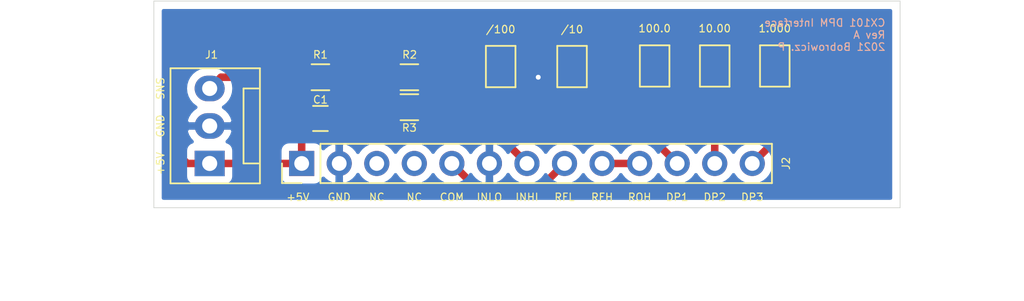
<source format=kicad_pcb>
(kicad_pcb (version 20171130) (host pcbnew "(5.1.0)-1")

  (general
    (thickness 1.6)
    (drawings 25)
    (tracks 45)
    (zones 0)
    (modules 11)
    (nets 12)
  )

  (page A4)
  (layers
    (0 F.Cu signal)
    (31 B.Cu signal)
    (32 B.Adhes user)
    (33 F.Adhes user)
    (34 B.Paste user)
    (35 F.Paste user)
    (36 B.SilkS user)
    (37 F.SilkS user)
    (38 B.Mask user)
    (39 F.Mask user)
    (40 Dwgs.User user)
    (41 Cmts.User user)
    (42 Eco1.User user)
    (43 Eco2.User user)
    (44 Edge.Cuts user)
    (45 Margin user)
    (46 B.CrtYd user)
    (47 F.CrtYd user)
    (48 B.Fab user)
    (49 F.Fab user)
  )

  (setup
    (last_trace_width 0.508)
    (user_trace_width 0.508)
    (trace_clearance 0.1524)
    (zone_clearance 0.508)
    (zone_45_only no)
    (trace_min 0.1524)
    (via_size 0.6858)
    (via_drill 0.3302)
    (via_min_size 0.508)
    (via_min_drill 0.254)
    (uvia_size 0.6858)
    (uvia_drill 0.254)
    (uvias_allowed no)
    (uvia_min_size 0)
    (uvia_min_drill 0)
    (edge_width 0.05)
    (segment_width 0.2)
    (pcb_text_width 0.3)
    (pcb_text_size 1.5 1.5)
    (mod_edge_width 0.12)
    (mod_text_size 0.508 0.508)
    (mod_text_width 0.0762)
    (pad_size 1.524 1.524)
    (pad_drill 0.762)
    (pad_to_mask_clearance 0.0508)
    (solder_mask_min_width 0.1016)
    (aux_axis_origin 0 0)
    (visible_elements FFFFFF7F)
    (pcbplotparams
      (layerselection 0x010fc_ffffffff)
      (usegerberextensions false)
      (usegerberattributes false)
      (usegerberadvancedattributes false)
      (creategerberjobfile false)
      (excludeedgelayer true)
      (linewidth 0.038100)
      (plotframeref false)
      (viasonmask false)
      (mode 1)
      (useauxorigin false)
      (hpglpennumber 1)
      (hpglpenspeed 20)
      (hpglpendiameter 15.000000)
      (psnegative false)
      (psa4output false)
      (plotreference true)
      (plotvalue true)
      (plotinvisibletext false)
      (padsonsilk false)
      (subtractmaskfromsilk false)
      (outputformat 1)
      (mirror false)
      (drillshape 1)
      (scaleselection 1)
      (outputdirectory ""))
  )

  (net 0 "")
  (net 1 +5V)
  (net 2 GND)
  (net 3 "Net-(J1-Pad3)")
  (net 4 "Net-(J2-Pad5)")
  (net 5 "Net-(J2-Pad7)")
  (net 6 "Net-(J2-Pad10)")
  (net 7 "Net-(J2-Pad11)")
  (net 8 "Net-(J2-Pad12)")
  (net 9 "Net-(J2-Pad13)")
  (net 10 "Net-(JP1-Pad1)")
  (net 11 "Net-(JP2-Pad1)")

  (net_class Default "This is the default net class."
    (clearance 0.1524)
    (trace_width 0.1524)
    (via_dia 0.6858)
    (via_drill 0.3302)
    (uvia_dia 0.6858)
    (uvia_drill 0.254)
    (add_net +5V)
    (add_net GND)
    (add_net "Net-(J1-Pad3)")
    (add_net "Net-(J2-Pad10)")
    (add_net "Net-(J2-Pad11)")
    (add_net "Net-(J2-Pad12)")
    (add_net "Net-(J2-Pad13)")
    (add_net "Net-(J2-Pad5)")
    (add_net "Net-(J2-Pad7)")
    (add_net "Net-(JP1-Pad1)")
    (add_net "Net-(JP2-Pad1)")
  )

  (module Capacitors_SMD:C_0805_HandSoldering (layer F.Cu) (tedit 58AA84A8) (tstamp 6041151F)
    (at 52.07 73.152)
    (descr "Capacitor SMD 0805, hand soldering")
    (tags "capacitor 0805")
    (path /6063D9A5)
    (attr smd)
    (fp_text reference C1 (at 0 -1.27 180) (layer F.SilkS)
      (effects (font (size 0.508 0.508) (thickness 0.0762)))
    )
    (fp_text value 1u (at 0 1.75) (layer F.Fab) hide
      (effects (font (size 1 1) (thickness 0.15)))
    )
    (fp_text user %R (at 0 0) (layer F.Fab)
      (effects (font (size 0.508 0.508) (thickness 0.0762)))
    )
    (fp_line (start -1 0.62) (end -1 -0.62) (layer F.Fab) (width 0.1))
    (fp_line (start 1 0.62) (end -1 0.62) (layer F.Fab) (width 0.1))
    (fp_line (start 1 -0.62) (end 1 0.62) (layer F.Fab) (width 0.1))
    (fp_line (start -1 -0.62) (end 1 -0.62) (layer F.Fab) (width 0.1))
    (fp_line (start 0.5 -0.85) (end -0.5 -0.85) (layer F.SilkS) (width 0.12))
    (fp_line (start -0.5 0.85) (end 0.5 0.85) (layer F.SilkS) (width 0.12))
    (fp_line (start -2.25 -0.88) (end 2.25 -0.88) (layer F.CrtYd) (width 0.05))
    (fp_line (start -2.25 -0.88) (end -2.25 0.87) (layer F.CrtYd) (width 0.05))
    (fp_line (start 2.25 0.87) (end 2.25 -0.88) (layer F.CrtYd) (width 0.05))
    (fp_line (start 2.25 0.87) (end -2.25 0.87) (layer F.CrtYd) (width 0.05))
    (pad 1 smd rect (at -1.25 0) (size 1.5 1.25) (layers F.Cu F.Paste F.Mask)
      (net 1 +5V))
    (pad 2 smd rect (at 1.25 0) (size 1.5 1.25) (layers F.Cu F.Paste F.Mask)
      (net 2 GND))
    (model Capacitors_SMD.3dshapes/C_0805.wrl
      (at (xyz 0 0 0))
      (scale (xyz 1 1 1))
      (rotate (xyz 0 0 0))
    )
  )

  (module Resistors_SMD:R_0805_HandSoldering (layer F.Cu) (tedit 58E0A804) (tstamp 60411B8F)
    (at 58.086 72.39 180)
    (descr "Resistor SMD 0805, hand soldering")
    (tags "resistor 0805")
    (path /60604DF3)
    (attr smd)
    (fp_text reference R3 (at 0 -1.397 180) (layer F.SilkS)
      (effects (font (size 0.508 0.508) (thickness 0.0762)))
    )
    (fp_text value 10k (at 0 1.75 180) (layer F.Fab) hide
      (effects (font (size 1 1) (thickness 0.15)))
    )
    (fp_text user %R (at 0 0 180) (layer F.Fab)
      (effects (font (size 0.5 0.5) (thickness 0.075)))
    )
    (fp_line (start -1 0.62) (end -1 -0.62) (layer F.Fab) (width 0.1))
    (fp_line (start 1 0.62) (end -1 0.62) (layer F.Fab) (width 0.1))
    (fp_line (start 1 -0.62) (end 1 0.62) (layer F.Fab) (width 0.1))
    (fp_line (start -1 -0.62) (end 1 -0.62) (layer F.Fab) (width 0.1))
    (fp_line (start 0.6 0.88) (end -0.6 0.88) (layer F.SilkS) (width 0.12))
    (fp_line (start -0.6 -0.88) (end 0.6 -0.88) (layer F.SilkS) (width 0.12))
    (fp_line (start -2.35 -0.9) (end 2.35 -0.9) (layer F.CrtYd) (width 0.05))
    (fp_line (start -2.35 -0.9) (end -2.35 0.9) (layer F.CrtYd) (width 0.05))
    (fp_line (start 2.35 0.9) (end 2.35 -0.9) (layer F.CrtYd) (width 0.05))
    (fp_line (start 2.35 0.9) (end -2.35 0.9) (layer F.CrtYd) (width 0.05))
    (pad 1 smd rect (at -1.35 0 180) (size 1.5 1.3) (layers F.Cu F.Paste F.Mask)
      (net 11 "Net-(JP2-Pad1)"))
    (pad 2 smd rect (at 1.35 0 180) (size 1.5 1.3) (layers F.Cu F.Paste F.Mask)
      (net 5 "Net-(J2-Pad7)"))
    (model ${KISYS3DMOD}/Resistors_SMD.3dshapes/R_0805.wrl
      (at (xyz 0 0 0))
      (scale (xyz 1 1 1))
      (rotate (xyz 0 0 0))
    )
  )

  (module Jumper:SolderJumper-2_P1.3mm_Open_TrianglePad1.0x1.5mm (layer F.Cu) (tedit 5A64794F) (tstamp 604062FF)
    (at 69.088 69.633 270)
    (descr "SMD Solder Jumper, 1x1.5mm Triangular Pads, 0.3mm gap, open")
    (tags "solder jumper open")
    (path /605C2460)
    (attr virtual)
    (fp_text reference /10 (at -2.5135 0) (layer F.SilkS)
      (effects (font (size 0.508 0.508) (thickness 0.0762)))
    )
    (fp_text value SolderJumper_2_Open (at 0 1.9 270) (layer F.Fab) hide
      (effects (font (size 1 1) (thickness 0.15)))
    )
    (fp_line (start 1.65 1.25) (end -1.65 1.25) (layer F.CrtYd) (width 0.05))
    (fp_line (start 1.65 1.25) (end 1.65 -1.25) (layer F.CrtYd) (width 0.05))
    (fp_line (start -1.65 -1.25) (end -1.65 1.25) (layer F.CrtYd) (width 0.05))
    (fp_line (start -1.65 -1.25) (end 1.65 -1.25) (layer F.CrtYd) (width 0.05))
    (fp_line (start -1.4 -1) (end 1.4 -1) (layer F.SilkS) (width 0.12))
    (fp_line (start 1.4 -1) (end 1.4 1) (layer F.SilkS) (width 0.12))
    (fp_line (start 1.4 1) (end -1.4 1) (layer F.SilkS) (width 0.12))
    (fp_line (start -1.4 1) (end -1.4 -1) (layer F.SilkS) (width 0.12))
    (pad 1 smd custom (at -0.725 0 270) (size 0.3 0.3) (layers F.Cu F.Mask)
      (net 10 "Net-(JP1-Pad1)") (zone_connect 2)
      (options (clearance outline) (anchor rect))
      (primitives
        (gr_poly (pts
           (xy -0.5 -0.75) (xy 0.5 -0.75) (xy 1 0) (xy 0.5 0.75) (xy -0.5 0.75)
) (width 0))
      ))
    (pad 2 smd custom (at 0.725 0 270) (size 0.3 0.3) (layers F.Cu F.Mask)
      (net 2 GND) (zone_connect 2)
      (options (clearance outline) (anchor rect))
      (primitives
        (gr_poly (pts
           (xy -0.65 -0.75) (xy 0.5 -0.75) (xy 0.5 0.75) (xy -0.65 0.75) (xy -0.15 0)
) (width 0))
      ))
  )

  (module Jumper:SolderJumper-2_P1.3mm_Open_TrianglePad1.0x1.5mm (layer F.Cu) (tedit 5A64794F) (tstamp 60412108)
    (at 74.676 69.596 270)
    (descr "SMD Solder Jumper, 1x1.5mm Triangular Pads, 0.3mm gap, open")
    (tags "solder jumper open")
    (path /605B5075)
    (attr virtual)
    (fp_text reference 100.0 (at -2.54 0) (layer F.SilkS)
      (effects (font (size 0.508 0.508) (thickness 0.0762)))
    )
    (fp_text value SolderJumper_2_Open (at 0 1.9 270) (layer F.Fab) hide
      (effects (font (size 1 1) (thickness 0.15)))
    )
    (fp_line (start 1.65 1.25) (end -1.65 1.25) (layer F.CrtYd) (width 0.05))
    (fp_line (start 1.65 1.25) (end 1.65 -1.25) (layer F.CrtYd) (width 0.05))
    (fp_line (start -1.65 -1.25) (end -1.65 1.25) (layer F.CrtYd) (width 0.05))
    (fp_line (start -1.65 -1.25) (end 1.65 -1.25) (layer F.CrtYd) (width 0.05))
    (fp_line (start -1.4 -1) (end 1.4 -1) (layer F.SilkS) (width 0.12))
    (fp_line (start 1.4 -1) (end 1.4 1) (layer F.SilkS) (width 0.12))
    (fp_line (start 1.4 1) (end -1.4 1) (layer F.SilkS) (width 0.12))
    (fp_line (start -1.4 1) (end -1.4 -1) (layer F.SilkS) (width 0.12))
    (pad 1 smd custom (at -0.725 0 270) (size 0.3 0.3) (layers F.Cu F.Mask)
      (net 1 +5V) (zone_connect 2)
      (options (clearance outline) (anchor rect))
      (primitives
        (gr_poly (pts
           (xy -0.5 -0.75) (xy 0.5 -0.75) (xy 1 0) (xy 0.5 0.75) (xy -0.5 0.75)
) (width 0))
      ))
    (pad 2 smd custom (at 0.725 0 270) (size 0.3 0.3) (layers F.Cu F.Mask)
      (net 7 "Net-(J2-Pad11)") (zone_connect 2)
      (options (clearance outline) (anchor rect))
      (primitives
        (gr_poly (pts
           (xy -0.65 -0.75) (xy 0.5 -0.75) (xy 0.5 0.75) (xy -0.65 0.75) (xy -0.15 0)
) (width 0))
      ))
  )

  (module Resistors_SMD:R_0805_HandSoldering (layer F.Cu) (tedit 58E0A804) (tstamp 6040633D)
    (at 58.086 70.358 180)
    (descr "Resistor SMD 0805, hand soldering")
    (tags "resistor 0805")
    (path /605BE28A)
    (attr smd)
    (fp_text reference R2 (at -0.0165 1.524 180) (layer F.SilkS)
      (effects (font (size 0.508 0.508) (thickness 0.0762)))
    )
    (fp_text value 110k (at 0 1.75 180) (layer F.Fab) hide
      (effects (font (size 1 1) (thickness 0.15)))
    )
    (fp_text user %R (at 0 0 180) (layer F.Fab)
      (effects (font (size 0.5 0.5) (thickness 0.075)))
    )
    (fp_line (start -1 0.62) (end -1 -0.62) (layer F.Fab) (width 0.1))
    (fp_line (start 1 0.62) (end -1 0.62) (layer F.Fab) (width 0.1))
    (fp_line (start 1 -0.62) (end 1 0.62) (layer F.Fab) (width 0.1))
    (fp_line (start -1 -0.62) (end 1 -0.62) (layer F.Fab) (width 0.1))
    (fp_line (start 0.6 0.88) (end -0.6 0.88) (layer F.SilkS) (width 0.12))
    (fp_line (start -0.6 -0.88) (end 0.6 -0.88) (layer F.SilkS) (width 0.12))
    (fp_line (start -2.35 -0.9) (end 2.35 -0.9) (layer F.CrtYd) (width 0.05))
    (fp_line (start -2.35 -0.9) (end -2.35 0.9) (layer F.CrtYd) (width 0.05))
    (fp_line (start 2.35 0.9) (end 2.35 -0.9) (layer F.CrtYd) (width 0.05))
    (fp_line (start 2.35 0.9) (end -2.35 0.9) (layer F.CrtYd) (width 0.05))
    (pad 1 smd rect (at -1.35 0 180) (size 1.5 1.3) (layers F.Cu F.Paste F.Mask)
      (net 10 "Net-(JP1-Pad1)"))
    (pad 2 smd rect (at 1.35 0 180) (size 1.5 1.3) (layers F.Cu F.Paste F.Mask)
      (net 5 "Net-(J2-Pad7)"))
    (model ${KISYS3DMOD}/Resistors_SMD.3dshapes/R_0805.wrl
      (at (xyz 0 0 0))
      (scale (xyz 1 1 1))
      (rotate (xyz 0 0 0))
    )
  )

  (module Resistors_SMD:R_0805_HandSoldering (layer F.Cu) (tedit 58E0A804) (tstamp 6040633A)
    (at 52.07 70.358 180)
    (descr "Resistor SMD 0805, hand soldering")
    (tags "resistor 0805")
    (path /60570EE2)
    (attr smd)
    (fp_text reference R1 (at 0 1.524 180) (layer F.SilkS)
      (effects (font (size 0.508 0.508) (thickness 0.0762)))
    )
    (fp_text value 1M (at 0 1.75 180) (layer F.Fab) hide
      (effects (font (size 1 1) (thickness 0.15)))
    )
    (fp_text user %R (at 0 0 180) (layer F.Fab)
      (effects (font (size 0.5 0.5) (thickness 0.075)))
    )
    (fp_line (start -1 0.62) (end -1 -0.62) (layer F.Fab) (width 0.1))
    (fp_line (start 1 0.62) (end -1 0.62) (layer F.Fab) (width 0.1))
    (fp_line (start 1 -0.62) (end 1 0.62) (layer F.Fab) (width 0.1))
    (fp_line (start -1 -0.62) (end 1 -0.62) (layer F.Fab) (width 0.1))
    (fp_line (start 0.6 0.88) (end -0.6 0.88) (layer F.SilkS) (width 0.12))
    (fp_line (start -0.6 -0.88) (end 0.6 -0.88) (layer F.SilkS) (width 0.12))
    (fp_line (start -2.35 -0.9) (end 2.35 -0.9) (layer F.CrtYd) (width 0.05))
    (fp_line (start -2.35 -0.9) (end -2.35 0.9) (layer F.CrtYd) (width 0.05))
    (fp_line (start 2.35 0.9) (end 2.35 -0.9) (layer F.CrtYd) (width 0.05))
    (fp_line (start 2.35 0.9) (end -2.35 0.9) (layer F.CrtYd) (width 0.05))
    (pad 1 smd rect (at -1.35 0 180) (size 1.5 1.3) (layers F.Cu F.Paste F.Mask)
      (net 5 "Net-(J2-Pad7)"))
    (pad 2 smd rect (at 1.35 0 180) (size 1.5 1.3) (layers F.Cu F.Paste F.Mask)
      (net 3 "Net-(J1-Pad3)"))
    (model ${KISYS3DMOD}/Resistors_SMD.3dshapes/R_0805.wrl
      (at (xyz 0 0 0))
      (scale (xyz 1 1 1))
      (rotate (xyz 0 0 0))
    )
  )

  (module Jumper:SolderJumper-2_P1.3mm_Open_TrianglePad1.0x1.5mm (layer F.Cu) (tedit 5A64794F) (tstamp 604119A3)
    (at 82.804 69.596 270)
    (descr "SMD Solder Jumper, 1x1.5mm Triangular Pads, 0.3mm gap, open")
    (tags "solder jumper open")
    (path /605B862B)
    (attr virtual)
    (fp_text reference 1.000 (at -2.54 0) (layer F.SilkS)
      (effects (font (size 0.508 0.508) (thickness 0.0762)))
    )
    (fp_text value SolderJumper_2_Open (at 0 1.9 270) (layer F.Fab) hide
      (effects (font (size 1 1) (thickness 0.15)))
    )
    (fp_line (start 1.65 1.25) (end -1.65 1.25) (layer F.CrtYd) (width 0.05))
    (fp_line (start 1.65 1.25) (end 1.65 -1.25) (layer F.CrtYd) (width 0.05))
    (fp_line (start -1.65 -1.25) (end -1.65 1.25) (layer F.CrtYd) (width 0.05))
    (fp_line (start -1.65 -1.25) (end 1.65 -1.25) (layer F.CrtYd) (width 0.05))
    (fp_line (start -1.4 -1) (end 1.4 -1) (layer F.SilkS) (width 0.12))
    (fp_line (start 1.4 -1) (end 1.4 1) (layer F.SilkS) (width 0.12))
    (fp_line (start 1.4 1) (end -1.4 1) (layer F.SilkS) (width 0.12))
    (fp_line (start -1.4 1) (end -1.4 -1) (layer F.SilkS) (width 0.12))
    (pad 1 smd custom (at -0.725 0 270) (size 0.3 0.3) (layers F.Cu F.Mask)
      (net 1 +5V) (zone_connect 2)
      (options (clearance outline) (anchor rect))
      (primitives
        (gr_poly (pts
           (xy -0.5 -0.75) (xy 0.5 -0.75) (xy 1 0) (xy 0.5 0.75) (xy -0.5 0.75)
) (width 0))
      ))
    (pad 2 smd custom (at 0.725 0 270) (size 0.3 0.3) (layers F.Cu F.Mask)
      (net 9 "Net-(J2-Pad13)") (zone_connect 2)
      (options (clearance outline) (anchor rect))
      (primitives
        (gr_poly (pts
           (xy -0.65 -0.75) (xy 0.5 -0.75) (xy 0.5 0.75) (xy -0.65 0.75) (xy -0.15 0)
) (width 0))
      ))
  )

  (module Jumper:SolderJumper-2_P1.3mm_Open_TrianglePad1.0x1.5mm (layer F.Cu) (tedit 5A64794F) (tstamp 60410840)
    (at 78.74 69.596 270)
    (descr "SMD Solder Jumper, 1x1.5mm Triangular Pads, 0.3mm gap, open")
    (tags "solder jumper open")
    (path /605B7C6E)
    (attr virtual)
    (fp_text reference 10.00 (at -2.54 0) (layer F.SilkS)
      (effects (font (size 0.508 0.508) (thickness 0.0762)))
    )
    (fp_text value SolderJumper_2_Open (at 0 1.9 270) (layer F.Fab) hide
      (effects (font (size 1 1) (thickness 0.15)))
    )
    (fp_line (start 1.65 1.25) (end -1.65 1.25) (layer F.CrtYd) (width 0.05))
    (fp_line (start 1.65 1.25) (end 1.65 -1.25) (layer F.CrtYd) (width 0.05))
    (fp_line (start -1.65 -1.25) (end -1.65 1.25) (layer F.CrtYd) (width 0.05))
    (fp_line (start -1.65 -1.25) (end 1.65 -1.25) (layer F.CrtYd) (width 0.05))
    (fp_line (start -1.4 -1) (end 1.4 -1) (layer F.SilkS) (width 0.12))
    (fp_line (start 1.4 -1) (end 1.4 1) (layer F.SilkS) (width 0.12))
    (fp_line (start 1.4 1) (end -1.4 1) (layer F.SilkS) (width 0.12))
    (fp_line (start -1.4 1) (end -1.4 -1) (layer F.SilkS) (width 0.12))
    (pad 1 smd custom (at -0.725 0 270) (size 0.3 0.3) (layers F.Cu F.Mask)
      (net 1 +5V) (zone_connect 2)
      (options (clearance outline) (anchor rect))
      (primitives
        (gr_poly (pts
           (xy -0.5 -0.75) (xy 0.5 -0.75) (xy 1 0) (xy 0.5 0.75) (xy -0.5 0.75)
) (width 0))
      ))
    (pad 2 smd custom (at 0.725 0 270) (size 0.3 0.3) (layers F.Cu F.Mask)
      (net 8 "Net-(J2-Pad12)") (zone_connect 2)
      (options (clearance outline) (anchor rect))
      (primitives
        (gr_poly (pts
           (xy -0.65 -0.75) (xy 0.5 -0.75) (xy 0.5 0.75) (xy -0.65 0.75) (xy -0.15 0)
) (width 0))
      ))
  )

  (module Jumper:SolderJumper-2_P1.3mm_Open_TrianglePad1.0x1.5mm (layer F.Cu) (tedit 5A64794F) (tstamp 6040630D)
    (at 64.262 69.633 270)
    (descr "SMD Solder Jumper, 1x1.5mm Triangular Pads, 0.3mm gap, open")
    (tags "solder jumper open")
    (path /605C349C)
    (attr virtual)
    (fp_text reference /100 (at -2.5135 0) (layer F.SilkS)
      (effects (font (size 0.508 0.508) (thickness 0.0762)))
    )
    (fp_text value SolderJumper_2_Open (at 0 1.9 270) (layer F.Fab) hide
      (effects (font (size 1 1) (thickness 0.15)))
    )
    (fp_line (start 1.65 1.25) (end -1.65 1.25) (layer F.CrtYd) (width 0.05))
    (fp_line (start 1.65 1.25) (end 1.65 -1.25) (layer F.CrtYd) (width 0.05))
    (fp_line (start -1.65 -1.25) (end -1.65 1.25) (layer F.CrtYd) (width 0.05))
    (fp_line (start -1.65 -1.25) (end 1.65 -1.25) (layer F.CrtYd) (width 0.05))
    (fp_line (start -1.4 -1) (end 1.4 -1) (layer F.SilkS) (width 0.12))
    (fp_line (start 1.4 -1) (end 1.4 1) (layer F.SilkS) (width 0.12))
    (fp_line (start 1.4 1) (end -1.4 1) (layer F.SilkS) (width 0.12))
    (fp_line (start -1.4 1) (end -1.4 -1) (layer F.SilkS) (width 0.12))
    (pad 1 smd custom (at -0.725 0 270) (size 0.3 0.3) (layers F.Cu F.Mask)
      (net 11 "Net-(JP2-Pad1)") (zone_connect 2)
      (options (clearance outline) (anchor rect))
      (primitives
        (gr_poly (pts
           (xy -0.5 -0.75) (xy 0.5 -0.75) (xy 1 0) (xy 0.5 0.75) (xy -0.5 0.75)
) (width 0))
      ))
    (pad 2 smd custom (at 0.725 0 270) (size 0.3 0.3) (layers F.Cu F.Mask)
      (net 2 GND) (zone_connect 2)
      (options (clearance outline) (anchor rect))
      (primitives
        (gr_poly (pts
           (xy -0.65 -0.75) (xy 0.5 -0.75) (xy 0.5 0.75) (xy -0.65 0.75) (xy -0.15 0)
) (width 0))
      ))
  )

  (module Pin_Headers:Pin_Header_Straight_1x13_Pitch2.54mm (layer F.Cu) (tedit 59650532) (tstamp 60410EB9)
    (at 50.8 76.2 90)
    (descr "Through hole straight pin header, 1x13, 2.54mm pitch, single row")
    (tags "Through hole pin header THT 1x13 2.54mm single row")
    (path /604B0868)
    (fp_text reference J2 (at 0 32.766 270) (layer F.SilkS)
      (effects (font (size 0.508 0.508) (thickness 0.0762)))
    )
    (fp_text value Conn_01x13_Female (at 0 32.81 90) (layer F.Fab) hide
      (effects (font (size 1 1) (thickness 0.15)))
    )
    (fp_line (start -0.635 -1.27) (end 1.27 -1.27) (layer F.Fab) (width 0.1))
    (fp_line (start 1.27 -1.27) (end 1.27 31.75) (layer F.Fab) (width 0.1))
    (fp_line (start 1.27 31.75) (end -1.27 31.75) (layer F.Fab) (width 0.1))
    (fp_line (start -1.27 31.75) (end -1.27 -0.635) (layer F.Fab) (width 0.1))
    (fp_line (start -1.27 -0.635) (end -0.635 -1.27) (layer F.Fab) (width 0.1))
    (fp_line (start -1.33 31.81) (end 1.33 31.81) (layer F.SilkS) (width 0.12))
    (fp_line (start -1.33 1.27) (end -1.33 31.81) (layer F.SilkS) (width 0.12))
    (fp_line (start 1.33 1.27) (end 1.33 31.81) (layer F.SilkS) (width 0.12))
    (fp_line (start -1.33 1.27) (end 1.33 1.27) (layer F.SilkS) (width 0.12))
    (fp_line (start -1.33 0) (end -1.33 -1.33) (layer F.SilkS) (width 0.12))
    (fp_line (start -1.33 -1.33) (end 0 -1.33) (layer F.SilkS) (width 0.12))
    (fp_line (start -1.8 -1.8) (end -1.8 32.25) (layer F.CrtYd) (width 0.05))
    (fp_line (start -1.8 32.25) (end 1.8 32.25) (layer F.CrtYd) (width 0.05))
    (fp_line (start 1.8 32.25) (end 1.8 -1.8) (layer F.CrtYd) (width 0.05))
    (fp_line (start 1.8 -1.8) (end -1.8 -1.8) (layer F.CrtYd) (width 0.05))
    (fp_text user %R (at 0 15.24 180) (layer F.Fab)
      (effects (font (size 1 1) (thickness 0.15)))
    )
    (pad 1 thru_hole rect (at 0 0 90) (size 1.7 1.7) (drill 1) (layers *.Cu *.Mask)
      (net 1 +5V))
    (pad 2 thru_hole oval (at 0 2.54 90) (size 1.7 1.7) (drill 1) (layers *.Cu *.Mask)
      (net 2 GND))
    (pad 3 thru_hole oval (at 0 5.08 90) (size 1.7 1.7) (drill 1) (layers *.Cu *.Mask))
    (pad 4 thru_hole oval (at 0 7.62 90) (size 1.7 1.7) (drill 1) (layers *.Cu *.Mask))
    (pad 5 thru_hole oval (at 0 10.16 90) (size 1.7 1.7) (drill 1) (layers *.Cu *.Mask)
      (net 4 "Net-(J2-Pad5)"))
    (pad 6 thru_hole oval (at 0 12.7 90) (size 1.7 1.7) (drill 1) (layers *.Cu *.Mask)
      (net 2 GND))
    (pad 7 thru_hole oval (at 0 15.24 90) (size 1.7 1.7) (drill 1) (layers *.Cu *.Mask)
      (net 5 "Net-(J2-Pad7)"))
    (pad 8 thru_hole oval (at 0 17.78 90) (size 1.7 1.7) (drill 1) (layers *.Cu *.Mask)
      (net 4 "Net-(J2-Pad5)"))
    (pad 9 thru_hole oval (at 0 20.32 90) (size 1.7 1.7) (drill 1) (layers *.Cu *.Mask)
      (net 6 "Net-(J2-Pad10)"))
    (pad 10 thru_hole oval (at 0 22.86 90) (size 1.7 1.7) (drill 1) (layers *.Cu *.Mask)
      (net 6 "Net-(J2-Pad10)"))
    (pad 11 thru_hole oval (at 0 25.4 90) (size 1.7 1.7) (drill 1) (layers *.Cu *.Mask)
      (net 7 "Net-(J2-Pad11)"))
    (pad 12 thru_hole oval (at 0 27.94 90) (size 1.7 1.7) (drill 1) (layers *.Cu *.Mask)
      (net 8 "Net-(J2-Pad12)"))
    (pad 13 thru_hole oval (at 0 30.48 90) (size 1.7 1.7) (drill 1) (layers *.Cu *.Mask)
      (net 9 "Net-(J2-Pad13)"))
    (model ${KISYS3DMOD}/Pin_Headers.3dshapes/Pin_Header_Straight_1x13_Pitch2.54mm.wrl
      (at (xyz 0 0 0))
      (scale (xyz 1 1 1))
      (rotate (xyz 0 0 0))
    )
  )

  (module Connect:Fan_Pin_Header_Straight_1x03 (layer F.Cu) (tedit 58130A41) (tstamp 604062EE)
    (at 44.577 76.2 180)
    (descr "3-pin CPU fan Through hole pin header")
    (tags "pin header 3-pin CPU fan")
    (path /605022F5)
    (fp_text reference J1 (at -0.127 7.366 180) (layer F.SilkS)
      (effects (font (size 0.508 0.508) (thickness 0.0762)))
    )
    (fp_text value Conn_01x03_Male (at 0 7.25 180) (layer F.Fab) hide
      (effects (font (size 1 1) (thickness 0.15)))
    )
    (fp_text user %R (at 0 -2.1 180) (layer F.Fab) hide
      (effects (font (size 1 1) (thickness 0.15)))
    )
    (fp_line (start -3.4 -1.35) (end 2.65 -1.35) (layer F.SilkS) (width 0.12))
    (fp_line (start 2.65 -1.35) (end 2.65 6.45) (layer F.SilkS) (width 0.12))
    (fp_line (start 2.65 6.45) (end -3.4 6.45) (layer F.SilkS) (width 0.12))
    (fp_line (start -3.4 6.45) (end -3.4 -1.35) (layer F.SilkS) (width 0.12))
    (fp_line (start -3.3 5.05) (end -2.3 5.05) (layer F.Fab) (width 0.1))
    (fp_line (start -2.3 5.05) (end -2.3 0) (layer F.Fab) (width 0.1))
    (fp_line (start -2.3 0) (end -3.3 0) (layer F.Fab) (width 0.1))
    (fp_line (start -3.3 -1.25) (end 2.55 -1.25) (layer F.Fab) (width 0.1))
    (fp_line (start 2.55 -1.25) (end 2.55 6.35) (layer F.Fab) (width 0.1))
    (fp_line (start 2.55 6.35) (end -3.3 6.35) (layer F.Fab) (width 0.1))
    (fp_line (start -3.3 6.35) (end -3.3 -1.25) (layer F.Fab) (width 0.1))
    (fp_line (start -3.3 0) (end -2.29 0) (layer F.SilkS) (width 0.12))
    (fp_line (start -2.29 0) (end -2.29 5.08) (layer F.SilkS) (width 0.12))
    (fp_line (start -2.29 5.08) (end -3.3 5.08) (layer F.SilkS) (width 0.12))
    (fp_line (start -3.8 -1.75) (end 3.05 -1.75) (layer F.CrtYd) (width 0.05))
    (fp_line (start -3.8 -1.75) (end -3.8 6.85) (layer F.CrtYd) (width 0.05))
    (fp_line (start 3.05 6.85) (end 3.05 -1.75) (layer F.CrtYd) (width 0.05))
    (fp_line (start 3.05 6.85) (end -3.8 6.85) (layer F.CrtYd) (width 0.05))
    (pad 1 thru_hole rect (at 0 0 180) (size 2.03 1.73) (drill 1.02) (layers *.Cu *.Mask)
      (net 1 +5V))
    (pad 2 thru_hole oval (at 0 2.54 180) (size 2.03 1.73) (drill 1.02) (layers *.Cu *.Mask)
      (net 2 GND))
    (pad 3 thru_hole oval (at 0 5.08 180) (size 2.03 1.73) (drill 1.02) (layers *.Cu *.Mask)
      (net 3 "Net-(J1-Pad3)"))
    (model Connectors.3dshapes\Fan_Pin_Header_Straight_1x03.wrl
      (at (xyz 0 0 0))
      (scale (xyz 0.39 0.39 0.39))
      (rotate (xyz 0 0 -90))
    )
  )

  (gr_text "CX101 DPM Interface\nRev A\n2021 Bobrowicz. P" (at 90.3224 67.4878) (layer B.SilkS)
    (effects (font (size 0.508 0.508) (thickness 0.0762)) (justify left mirror))
  )
  (gr_text ROH (at 73.66 78.486) (layer F.SilkS)
    (effects (font (size 0.508 0.508) (thickness 0.0762)))
  )
  (gr_text RFH (at 71.12 78.486) (layer F.SilkS)
    (effects (font (size 0.508 0.508) (thickness 0.0762)))
  )
  (gr_text RFL (at 68.58 78.486) (layer F.SilkS)
    (effects (font (size 0.508 0.508) (thickness 0.0762)))
  )
  (gr_text INHI (at 66.04 78.486) (layer F.SilkS)
    (effects (font (size 0.508 0.508) (thickness 0.0762)))
  )
  (gr_text INLO (at 63.5 78.486) (layer F.SilkS)
    (effects (font (size 0.508 0.508) (thickness 0.0762)))
  )
  (gr_text COM (at 60.96 78.486) (layer F.SilkS)
    (effects (font (size 0.508 0.508) (thickness 0.0762)))
  )
  (gr_text DP3 (at 81.28 78.486) (layer F.SilkS)
    (effects (font (size 0.508 0.508) (thickness 0.0762)))
  )
  (gr_text DP2 (at 78.74 78.486) (layer F.SilkS)
    (effects (font (size 0.508 0.508) (thickness 0.0762)))
  )
  (gr_text DP1 (at 76.2 78.486) (layer F.SilkS)
    (effects (font (size 0.508 0.508) (thickness 0.0762)))
  )
  (gr_text NC (at 58.42 78.486) (layer F.SilkS)
    (effects (font (size 0.508 0.508) (thickness 0.0762)))
  )
  (gr_text NC (at 55.88 78.486) (layer F.SilkS)
    (effects (font (size 0.508 0.508) (thickness 0.0762)))
  )
  (gr_text GND (at 53.34 78.486) (layer F.SilkS)
    (effects (font (size 0.508 0.508) (thickness 0.0762)))
  )
  (gr_text +5V (at 50.546 78.486) (layer F.SilkS)
    (effects (font (size 0.508 0.508) (thickness 0.0762)))
  )
  (gr_text SNS (at 41.2496 71.12 90) (layer F.SilkS)
    (effects (font (size 0.508 0.508) (thickness 0.0762)))
  )
  (gr_text GND (at 41.2496 73.66 90) (layer F.SilkS)
    (effects (font (size 0.508 0.508) (thickness 0.0762)))
  )
  (gr_text +5V (at 41.2496 76.2 90) (layer F.SilkS)
    (effects (font (size 0.508 0.508) (thickness 0.0762)))
  )
  (dimension 14 (width 0.15) (layer Dwgs.User)
    (gr_text "14.000 mm" (at 98.32 72.2 90) (layer Dwgs.User)
      (effects (font (size 1 1) (thickness 0.15)))
    )
    (feature1 (pts (xy 91.28 65.2) (xy 97.606421 65.2)))
    (feature2 (pts (xy 91.28 79.2) (xy 97.606421 79.2)))
    (crossbar (pts (xy 97.02 79.2) (xy 97.02 65.2)))
    (arrow1a (pts (xy 97.02 65.2) (xy 97.606421 66.326504)))
    (arrow1b (pts (xy 97.02 65.2) (xy 96.433579 66.326504)))
    (arrow2a (pts (xy 97.02 79.2) (xy 97.606421 78.073496)))
    (arrow2b (pts (xy 97.02 79.2) (xy 96.433579 78.073496)))
  )
  (dimension 3 (width 0.15) (layer Dwgs.User)
    (gr_text "3.000 mm" (at 34.06 77.7 270) (layer Dwgs.User)
      (effects (font (size 1 1) (thickness 0.15)))
    )
    (feature1 (pts (xy 50.8 79.2) (xy 34.773579 79.2)))
    (feature2 (pts (xy 50.8 76.2) (xy 34.773579 76.2)))
    (crossbar (pts (xy 35.36 76.2) (xy 35.36 79.2)))
    (arrow1a (pts (xy 35.36 79.2) (xy 34.773579 78.073496)))
    (arrow1b (pts (xy 35.36 79.2) (xy 35.946421 78.073496)))
    (arrow2a (pts (xy 35.36 76.2) (xy 34.773579 77.326504)))
    (arrow2b (pts (xy 35.36 76.2) (xy 35.946421 77.326504)))
  )
  (dimension 10 (width 0.15) (layer Dwgs.User)
    (gr_text "10.000 mm" (at 45.8 86.16) (layer Dwgs.User)
      (effects (font (size 1 1) (thickness 0.15)))
    )
    (feature1 (pts (xy 40.8 76.2) (xy 40.8 85.446421)))
    (feature2 (pts (xy 50.8 76.2) (xy 50.8 85.446421)))
    (crossbar (pts (xy 50.8 84.86) (xy 40.8 84.86)))
    (arrow1a (pts (xy 40.8 84.86) (xy 41.926504 84.273579)))
    (arrow1b (pts (xy 40.8 84.86) (xy 41.926504 85.446421)))
    (arrow2a (pts (xy 50.8 84.86) (xy 49.673496 84.273579)))
    (arrow2b (pts (xy 50.8 84.86) (xy 49.673496 85.446421)))
  )
  (dimension 10 (width 0.15) (layer Dwgs.User)
    (gr_text "10.000 mm" (at 86.28 85.75) (layer Dwgs.User)
      (effects (font (size 1 1) (thickness 0.15)))
    )
    (feature1 (pts (xy 91.28 76.2) (xy 91.28 85.036421)))
    (feature2 (pts (xy 81.28 76.2) (xy 81.28 85.036421)))
    (crossbar (pts (xy 81.28 84.45) (xy 91.28 84.45)))
    (arrow1a (pts (xy 91.28 84.45) (xy 90.153496 85.036421)))
    (arrow1b (pts (xy 91.28 84.45) (xy 90.153496 83.863579)))
    (arrow2a (pts (xy 81.28 84.45) (xy 82.406504 85.036421)))
    (arrow2b (pts (xy 81.28 84.45) (xy 82.406504 83.863579)))
  )
  (gr_line (start 40.8 65.2) (end 40.8 79.2) (layer Edge.Cuts) (width 0.05) (tstamp 6040695A))
  (gr_line (start 91.28 65.2) (end 40.8 65.2) (layer Edge.Cuts) (width 0.05))
  (gr_line (start 91.28 79.2) (end 91.28 65.2) (layer Edge.Cuts) (width 0.05))
  (gr_line (start 40.8 79.2) (end 91.28 79.2) (layer Edge.Cuts) (width 0.05))

  (segment (start 50.8 73.172) (end 50.82 73.152) (width 0.508) (layer F.Cu) (net 1))
  (segment (start 50.8 76.2) (end 50.8 73.172) (width 0.508) (layer F.Cu) (net 1))
  (segment (start 44.577 76.2) (end 50.8 76.2) (width 0.508) (layer F.Cu) (net 1))
  (segment (start 82.804 68.871) (end 78.74 68.871) (width 0.508) (layer F.Cu) (net 1))
  (segment (start 78.74 68.871) (end 74.676 68.871) (width 0.508) (layer F.Cu) (net 1))
  (segment (start 73.189 68.871) (end 74.676 68.871) (width 0.508) (layer F.Cu) (net 1))
  (segment (start 43.054 76.2) (end 42.164 75.31) (width 0.508) (layer F.Cu) (net 1))
  (segment (start 44.577 76.2) (end 43.054 76.2) (width 0.508) (layer F.Cu) (net 1))
  (segment (start 42.164 75.31) (end 42.164 68.961) (width 0.508) (layer F.Cu) (net 1))
  (segment (start 42.164 68.961) (end 45.085 66.04) (width 0.508) (layer F.Cu) (net 1))
  (segment (start 45.085 66.04) (end 70.358 66.04) (width 0.508) (layer F.Cu) (net 1))
  (segment (start 70.358 66.04) (end 73.189 68.871) (width 0.508) (layer F.Cu) (net 1))
  (segment (start 53.34 73.172) (end 53.32 73.152) (width 0.508) (layer F.Cu) (net 2))
  (segment (start 53.34 76.2) (end 53.34 73.172) (width 0.508) (layer F.Cu) (net 2))
  (via (at 66.802 70.358) (size 0.6858) (drill 0.3302) (layers F.Cu B.Cu) (net 2))
  (segment (start 64.262 70.358) (end 66.802 70.358) (width 0.508) (layer F.Cu) (net 2))
  (segment (start 66.802 70.358) (end 69.088 70.358) (width 0.508) (layer F.Cu) (net 2))
  (segment (start 45.339 70.358) (end 44.577 71.12) (width 0.508) (layer F.Cu) (net 3))
  (segment (start 50.72 70.358) (end 45.339 70.358) (width 0.508) (layer F.Cu) (net 3))
  (segment (start 62.738 77.978) (end 60.96 76.2) (width 0.508) (layer F.Cu) (net 4))
  (segment (start 68.58 76.2) (end 66.802 77.978) (width 0.508) (layer F.Cu) (net 4))
  (segment (start 66.802 77.978) (end 62.738 77.978) (width 0.508) (layer F.Cu) (net 4))
  (segment (start 56.736 73.548) (end 57.102 73.914) (width 0.508) (layer F.Cu) (net 5))
  (segment (start 56.736 72.39) (end 56.736 73.548) (width 0.508) (layer F.Cu) (net 5))
  (segment (start 63.754 73.914) (end 66.04 76.2) (width 0.508) (layer F.Cu) (net 5))
  (segment (start 57.102 73.914) (end 63.754 73.914) (width 0.508) (layer F.Cu) (net 5))
  (segment (start 56.736 72.39) (end 56.736 70.358) (width 0.508) (layer F.Cu) (net 5))
  (segment (start 56.736 70.358) (end 53.42 70.358) (width 0.508) (layer F.Cu) (net 5))
  (segment (start 73.66 76.2) (end 71.12 76.2) (width 0.508) (layer F.Cu) (net 6))
  (segment (start 74.676 74.676) (end 76.2 76.2) (width 0.508) (layer F.Cu) (net 7))
  (segment (start 74.676 74.676) (end 74.676 70.321) (width 0.508) (layer F.Cu) (net 7))
  (segment (start 78.74 70.921) (end 78.74 76.2) (width 0.508) (layer F.Cu) (net 8))
  (segment (start 78.74 70.321) (end 78.74 70.921) (width 0.508) (layer F.Cu) (net 8))
  (segment (start 82.804 74.676) (end 81.28 76.2) (width 0.508) (layer F.Cu) (net 9))
  (segment (start 82.804 74.676) (end 82.804 70.321) (width 0.508) (layer F.Cu) (net 9))
  (segment (start 59.436 68.834) (end 59.436 70.358) (width 0.508) (layer F.Cu) (net 10))
  (segment (start 61.468 66.802) (end 59.436 68.834) (width 0.508) (layer F.Cu) (net 10))
  (segment (start 68.58 66.802) (end 61.468 66.802) (width 0.508) (layer F.Cu) (net 10))
  (segment (start 69.088 68.908) (end 69.088 67.31) (width 0.508) (layer F.Cu) (net 10))
  (segment (start 69.088 67.31) (end 68.58 66.802) (width 0.508) (layer F.Cu) (net 10))
  (segment (start 63.412 68.908) (end 61.976 70.344) (width 0.508) (layer F.Cu) (net 11))
  (segment (start 64.262 68.908) (end 63.412 68.908) (width 0.508) (layer F.Cu) (net 11))
  (segment (start 61.976 70.344) (end 61.976 71.882) (width 0.508) (layer F.Cu) (net 11))
  (segment (start 61.468 72.39) (end 59.436 72.39) (width 0.508) (layer F.Cu) (net 11))
  (segment (start 61.976 71.882) (end 61.468 72.39) (width 0.508) (layer F.Cu) (net 11))

  (zone (net 2) (net_name GND) (layer B.Cu) (tstamp 6041C2A0) (hatch edge 0.508)
    (connect_pads (clearance 0.508))
    (min_thickness 0.254)
    (fill yes (arc_segments 32) (thermal_gap 0.508) (thermal_bridge_width 0.508))
    (polygon
      (pts
        (xy 40.8 65.21) (xy 40.81 79.2) (xy 91.29 79.19) (xy 91.28 65.2)
      )
    )
    (filled_polygon
      (pts
        (xy 90.62 78.54) (xy 41.46 78.54) (xy 41.46 75.335) (xy 42.923928 75.335) (xy 42.923928 77.065)
        (xy 42.936188 77.189482) (xy 42.972498 77.30918) (xy 43.031463 77.419494) (xy 43.110815 77.516185) (xy 43.207506 77.595537)
        (xy 43.31782 77.654502) (xy 43.437518 77.690812) (xy 43.562 77.703072) (xy 45.592 77.703072) (xy 45.716482 77.690812)
        (xy 45.83618 77.654502) (xy 45.946494 77.595537) (xy 46.043185 77.516185) (xy 46.122537 77.419494) (xy 46.181502 77.30918)
        (xy 46.217812 77.189482) (xy 46.230072 77.065) (xy 46.230072 75.35) (xy 49.311928 75.35) (xy 49.311928 77.05)
        (xy 49.324188 77.174482) (xy 49.360498 77.29418) (xy 49.419463 77.404494) (xy 49.498815 77.501185) (xy 49.595506 77.580537)
        (xy 49.70582 77.639502) (xy 49.825518 77.675812) (xy 49.95 77.688072) (xy 51.65 77.688072) (xy 51.774482 77.675812)
        (xy 51.89418 77.639502) (xy 52.004494 77.580537) (xy 52.101185 77.501185) (xy 52.180537 77.404494) (xy 52.239502 77.29418)
        (xy 52.263966 77.213534) (xy 52.339731 77.297588) (xy 52.57308 77.471641) (xy 52.835901 77.596825) (xy 52.98311 77.641476)
        (xy 53.213 77.520155) (xy 53.213 76.327) (xy 53.193 76.327) (xy 53.193 76.073) (xy 53.213 76.073)
        (xy 53.213 74.879845) (xy 53.467 74.879845) (xy 53.467 76.073) (xy 53.487 76.073) (xy 53.487 76.327)
        (xy 53.467 76.327) (xy 53.467 77.520155) (xy 53.69689 77.641476) (xy 53.844099 77.596825) (xy 54.10692 77.471641)
        (xy 54.340269 77.297588) (xy 54.535178 77.081355) (xy 54.604799 76.964477) (xy 54.639294 77.029014) (xy 54.824866 77.255134)
        (xy 55.050986 77.440706) (xy 55.308966 77.578599) (xy 55.588889 77.663513) (xy 55.80705 77.685) (xy 55.95295 77.685)
        (xy 56.171111 77.663513) (xy 56.451034 77.578599) (xy 56.709014 77.440706) (xy 56.935134 77.255134) (xy 57.120706 77.029014)
        (xy 57.15 76.974209) (xy 57.179294 77.029014) (xy 57.364866 77.255134) (xy 57.590986 77.440706) (xy 57.848966 77.578599)
        (xy 58.128889 77.663513) (xy 58.34705 77.685) (xy 58.49295 77.685) (xy 58.711111 77.663513) (xy 58.991034 77.578599)
        (xy 59.249014 77.440706) (xy 59.475134 77.255134) (xy 59.660706 77.029014) (xy 59.69 76.974209) (xy 59.719294 77.029014)
        (xy 59.904866 77.255134) (xy 60.130986 77.440706) (xy 60.388966 77.578599) (xy 60.668889 77.663513) (xy 60.88705 77.685)
        (xy 61.03295 77.685) (xy 61.251111 77.663513) (xy 61.531034 77.578599) (xy 61.789014 77.440706) (xy 62.015134 77.255134)
        (xy 62.200706 77.029014) (xy 62.235201 76.964477) (xy 62.304822 77.081355) (xy 62.499731 77.297588) (xy 62.73308 77.471641)
        (xy 62.995901 77.596825) (xy 63.14311 77.641476) (xy 63.373 77.520155) (xy 63.373 76.327) (xy 63.353 76.327)
        (xy 63.353 76.073) (xy 63.373 76.073) (xy 63.373 74.879845) (xy 63.627 74.879845) (xy 63.627 76.073)
        (xy 63.647 76.073) (xy 63.647 76.327) (xy 63.627 76.327) (xy 63.627 77.520155) (xy 63.85689 77.641476)
        (xy 64.004099 77.596825) (xy 64.26692 77.471641) (xy 64.500269 77.297588) (xy 64.695178 77.081355) (xy 64.764799 76.964477)
        (xy 64.799294 77.029014) (xy 64.984866 77.255134) (xy 65.210986 77.440706) (xy 65.468966 77.578599) (xy 65.748889 77.663513)
        (xy 65.96705 77.685) (xy 66.11295 77.685) (xy 66.331111 77.663513) (xy 66.611034 77.578599) (xy 66.869014 77.440706)
        (xy 67.095134 77.255134) (xy 67.280706 77.029014) (xy 67.31 76.974209) (xy 67.339294 77.029014) (xy 67.524866 77.255134)
        (xy 67.750986 77.440706) (xy 68.008966 77.578599) (xy 68.288889 77.663513) (xy 68.50705 77.685) (xy 68.65295 77.685)
        (xy 68.871111 77.663513) (xy 69.151034 77.578599) (xy 69.409014 77.440706) (xy 69.635134 77.255134) (xy 69.820706 77.029014)
        (xy 69.85 76.974209) (xy 69.879294 77.029014) (xy 70.064866 77.255134) (xy 70.290986 77.440706) (xy 70.548966 77.578599)
        (xy 70.828889 77.663513) (xy 71.04705 77.685) (xy 71.19295 77.685) (xy 71.411111 77.663513) (xy 71.691034 77.578599)
        (xy 71.949014 77.440706) (xy 72.175134 77.255134) (xy 72.360706 77.029014) (xy 72.39 76.974209) (xy 72.419294 77.029014)
        (xy 72.604866 77.255134) (xy 72.830986 77.440706) (xy 73.088966 77.578599) (xy 73.368889 77.663513) (xy 73.58705 77.685)
        (xy 73.73295 77.685) (xy 73.951111 77.663513) (xy 74.231034 77.578599) (xy 74.489014 77.440706) (xy 74.715134 77.255134)
        (xy 74.900706 77.029014) (xy 74.93 76.974209) (xy 74.959294 77.029014) (xy 75.144866 77.255134) (xy 75.370986 77.440706)
        (xy 75.628966 77.578599) (xy 75.908889 77.663513) (xy 76.12705 77.685) (xy 76.27295 77.685) (xy 76.491111 77.663513)
        (xy 76.771034 77.578599) (xy 77.029014 77.440706) (xy 77.255134 77.255134) (xy 77.440706 77.029014) (xy 77.47 76.974209)
        (xy 77.499294 77.029014) (xy 77.684866 77.255134) (xy 77.910986 77.440706) (xy 78.168966 77.578599) (xy 78.448889 77.663513)
        (xy 78.66705 77.685) (xy 78.81295 77.685) (xy 79.031111 77.663513) (xy 79.311034 77.578599) (xy 79.569014 77.440706)
        (xy 79.795134 77.255134) (xy 79.980706 77.029014) (xy 80.01 76.974209) (xy 80.039294 77.029014) (xy 80.224866 77.255134)
        (xy 80.450986 77.440706) (xy 80.708966 77.578599) (xy 80.988889 77.663513) (xy 81.20705 77.685) (xy 81.35295 77.685)
        (xy 81.571111 77.663513) (xy 81.851034 77.578599) (xy 82.109014 77.440706) (xy 82.335134 77.255134) (xy 82.520706 77.029014)
        (xy 82.658599 76.771034) (xy 82.743513 76.491111) (xy 82.772185 76.2) (xy 82.743513 75.908889) (xy 82.658599 75.628966)
        (xy 82.520706 75.370986) (xy 82.335134 75.144866) (xy 82.109014 74.959294) (xy 81.851034 74.821401) (xy 81.571111 74.736487)
        (xy 81.35295 74.715) (xy 81.20705 74.715) (xy 80.988889 74.736487) (xy 80.708966 74.821401) (xy 80.450986 74.959294)
        (xy 80.224866 75.144866) (xy 80.039294 75.370986) (xy 80.01 75.425791) (xy 79.980706 75.370986) (xy 79.795134 75.144866)
        (xy 79.569014 74.959294) (xy 79.311034 74.821401) (xy 79.031111 74.736487) (xy 78.81295 74.715) (xy 78.66705 74.715)
        (xy 78.448889 74.736487) (xy 78.168966 74.821401) (xy 77.910986 74.959294) (xy 77.684866 75.144866) (xy 77.499294 75.370986)
        (xy 77.47 75.425791) (xy 77.440706 75.370986) (xy 77.255134 75.144866) (xy 77.029014 74.959294) (xy 76.771034 74.821401)
        (xy 76.491111 74.736487) (xy 76.27295 74.715) (xy 76.12705 74.715) (xy 75.908889 74.736487) (xy 75.628966 74.821401)
        (xy 75.370986 74.959294) (xy 75.144866 75.144866) (xy 74.959294 75.370986) (xy 74.93 75.425791) (xy 74.900706 75.370986)
        (xy 74.715134 75.144866) (xy 74.489014 74.959294) (xy 74.231034 74.821401) (xy 73.951111 74.736487) (xy 73.73295 74.715)
        (xy 73.58705 74.715) (xy 73.368889 74.736487) (xy 73.088966 74.821401) (xy 72.830986 74.959294) (xy 72.604866 75.144866)
        (xy 72.419294 75.370986) (xy 72.39 75.425791) (xy 72.360706 75.370986) (xy 72.175134 75.144866) (xy 71.949014 74.959294)
        (xy 71.691034 74.821401) (xy 71.411111 74.736487) (xy 71.19295 74.715) (xy 71.04705 74.715) (xy 70.828889 74.736487)
        (xy 70.548966 74.821401) (xy 70.290986 74.959294) (xy 70.064866 75.144866) (xy 69.879294 75.370986) (xy 69.85 75.425791)
        (xy 69.820706 75.370986) (xy 69.635134 75.144866) (xy 69.409014 74.959294) (xy 69.151034 74.821401) (xy 68.871111 74.736487)
        (xy 68.65295 74.715) (xy 68.50705 74.715) (xy 68.288889 74.736487) (xy 68.008966 74.821401) (xy 67.750986 74.959294)
        (xy 67.524866 75.144866) (xy 67.339294 75.370986) (xy 67.31 75.425791) (xy 67.280706 75.370986) (xy 67.095134 75.144866)
        (xy 66.869014 74.959294) (xy 66.611034 74.821401) (xy 66.331111 74.736487) (xy 66.11295 74.715) (xy 65.96705 74.715)
        (xy 65.748889 74.736487) (xy 65.468966 74.821401) (xy 65.210986 74.959294) (xy 64.984866 75.144866) (xy 64.799294 75.370986)
        (xy 64.764799 75.435523) (xy 64.695178 75.318645) (xy 64.500269 75.102412) (xy 64.26692 74.928359) (xy 64.004099 74.803175)
        (xy 63.85689 74.758524) (xy 63.627 74.879845) (xy 63.373 74.879845) (xy 63.14311 74.758524) (xy 62.995901 74.803175)
        (xy 62.73308 74.928359) (xy 62.499731 75.102412) (xy 62.304822 75.318645) (xy 62.235201 75.435523) (xy 62.200706 75.370986)
        (xy 62.015134 75.144866) (xy 61.789014 74.959294) (xy 61.531034 74.821401) (xy 61.251111 74.736487) (xy 61.03295 74.715)
        (xy 60.88705 74.715) (xy 60.668889 74.736487) (xy 60.388966 74.821401) (xy 60.130986 74.959294) (xy 59.904866 75.144866)
        (xy 59.719294 75.370986) (xy 59.69 75.425791) (xy 59.660706 75.370986) (xy 59.475134 75.144866) (xy 59.249014 74.959294)
        (xy 58.991034 74.821401) (xy 58.711111 74.736487) (xy 58.49295 74.715) (xy 58.34705 74.715) (xy 58.128889 74.736487)
        (xy 57.848966 74.821401) (xy 57.590986 74.959294) (xy 57.364866 75.144866) (xy 57.179294 75.370986) (xy 57.15 75.425791)
        (xy 57.120706 75.370986) (xy 56.935134 75.144866) (xy 56.709014 74.959294) (xy 56.451034 74.821401) (xy 56.171111 74.736487)
        (xy 55.95295 74.715) (xy 55.80705 74.715) (xy 55.588889 74.736487) (xy 55.308966 74.821401) (xy 55.050986 74.959294)
        (xy 54.824866 75.144866) (xy 54.639294 75.370986) (xy 54.604799 75.435523) (xy 54.535178 75.318645) (xy 54.340269 75.102412)
        (xy 54.10692 74.928359) (xy 53.844099 74.803175) (xy 53.69689 74.758524) (xy 53.467 74.879845) (xy 53.213 74.879845)
        (xy 52.98311 74.758524) (xy 52.835901 74.803175) (xy 52.57308 74.928359) (xy 52.339731 75.102412) (xy 52.263966 75.186466)
        (xy 52.239502 75.10582) (xy 52.180537 74.995506) (xy 52.101185 74.898815) (xy 52.004494 74.819463) (xy 51.89418 74.760498)
        (xy 51.774482 74.724188) (xy 51.65 74.711928) (xy 49.95 74.711928) (xy 49.825518 74.724188) (xy 49.70582 74.760498)
        (xy 49.595506 74.819463) (xy 49.498815 74.898815) (xy 49.419463 74.995506) (xy 49.360498 75.10582) (xy 49.324188 75.225518)
        (xy 49.311928 75.35) (xy 46.230072 75.35) (xy 46.230072 75.335) (xy 46.217812 75.210518) (xy 46.181502 75.09082)
        (xy 46.122537 74.980506) (xy 46.043185 74.883815) (xy 45.946494 74.804463) (xy 45.83618 74.745498) (xy 45.775463 74.72708)
        (xy 45.927793 74.560857) (xy 46.080469 74.309284) (xy 46.181131 74.032759) (xy 46.183346 74.019246) (xy 46.062224 73.787)
        (xy 44.704 73.787) (xy 44.704 73.807) (xy 44.45 73.807) (xy 44.45 73.787) (xy 43.091776 73.787)
        (xy 42.970654 74.019246) (xy 42.972869 74.032759) (xy 43.073531 74.309284) (xy 43.226207 74.560857) (xy 43.378537 74.72708)
        (xy 43.31782 74.745498) (xy 43.207506 74.804463) (xy 43.110815 74.883815) (xy 43.031463 74.980506) (xy 42.972498 75.09082)
        (xy 42.936188 75.210518) (xy 42.923928 75.335) (xy 41.46 75.335) (xy 41.46 71.12) (xy 42.919743 71.12)
        (xy 42.948705 71.414051) (xy 43.034476 71.696802) (xy 43.173762 71.957387) (xy 43.361208 72.185792) (xy 43.589613 72.373238)
        (xy 43.627703 72.393598) (xy 43.425028 72.54219) (xy 43.226207 72.759143) (xy 43.073531 73.010716) (xy 42.972869 73.287241)
        (xy 42.970654 73.300754) (xy 43.091776 73.533) (xy 44.45 73.533) (xy 44.45 73.513) (xy 44.704 73.513)
        (xy 44.704 73.533) (xy 46.062224 73.533) (xy 46.183346 73.300754) (xy 46.181131 73.287241) (xy 46.080469 73.010716)
        (xy 45.927793 72.759143) (xy 45.728972 72.54219) (xy 45.526297 72.393598) (xy 45.564387 72.373238) (xy 45.792792 72.185792)
        (xy 45.980238 71.957387) (xy 46.119524 71.696802) (xy 46.205295 71.414051) (xy 46.234257 71.12) (xy 46.205295 70.825949)
        (xy 46.119524 70.543198) (xy 45.980238 70.282613) (xy 45.792792 70.054208) (xy 45.564387 69.866762) (xy 45.303802 69.727476)
        (xy 45.021051 69.641705) (xy 44.80068 69.62) (xy 44.35332 69.62) (xy 44.132949 69.641705) (xy 43.850198 69.727476)
        (xy 43.589613 69.866762) (xy 43.361208 70.054208) (xy 43.173762 70.282613) (xy 43.034476 70.543198) (xy 42.948705 70.825949)
        (xy 42.919743 71.12) (xy 41.46 71.12) (xy 41.46 65.86) (xy 90.620001 65.86)
      )
    )
  )
)

</source>
